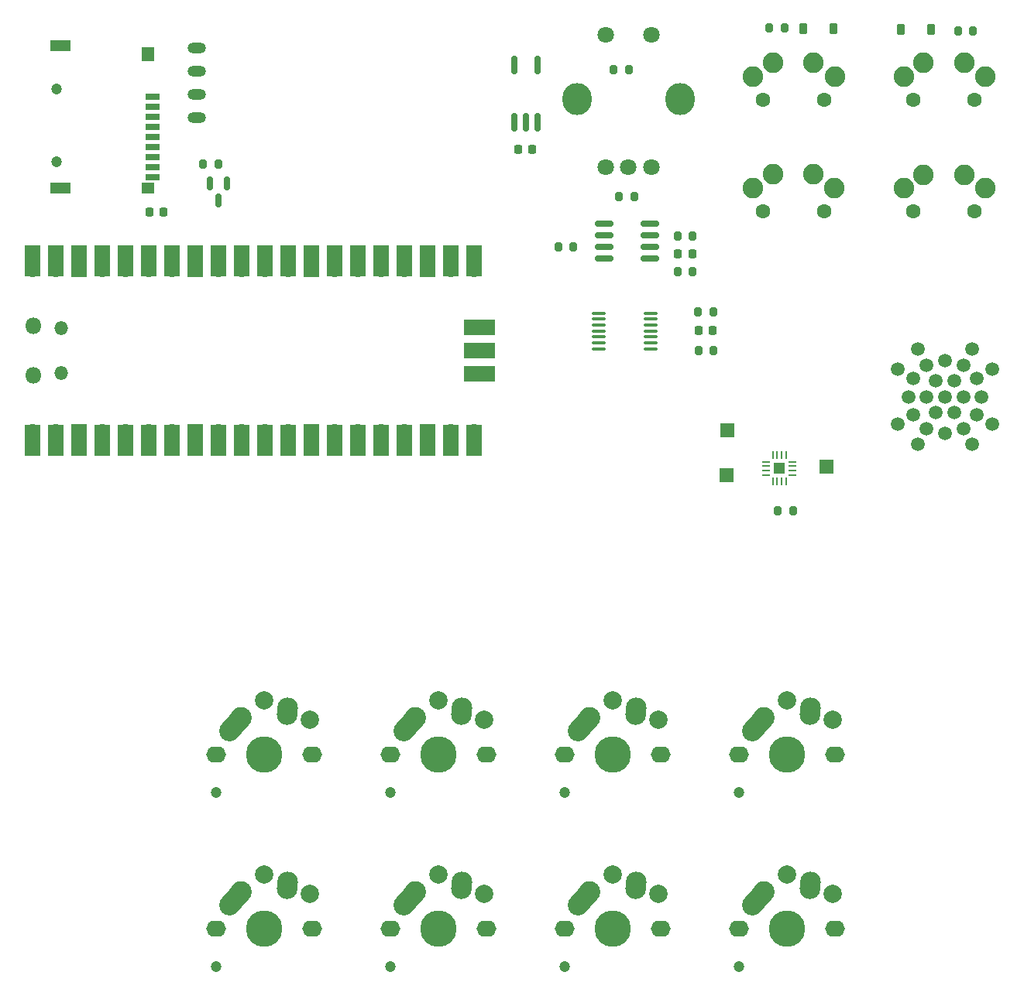
<source format=gbr>
%TF.GenerationSoftware,KiCad,Pcbnew,7.0.2*%
%TF.CreationDate,2023-06-20T02:09:05-06:00*%
%TF.ProjectId,dc31,64633331-2e6b-4696-9361-645f70636258,rev?*%
%TF.SameCoordinates,Original*%
%TF.FileFunction,Soldermask,Bot*%
%TF.FilePolarity,Negative*%
%FSLAX46Y46*%
G04 Gerber Fmt 4.6, Leading zero omitted, Abs format (unit mm)*
G04 Created by KiCad (PCBNEW 7.0.2) date 2023-06-20 02:09:05*
%MOMM*%
%LPD*%
G01*
G04 APERTURE LIST*
G04 Aperture macros list*
%AMRoundRect*
0 Rectangle with rounded corners*
0 $1 Rounding radius*
0 $2 $3 $4 $5 $6 $7 $8 $9 X,Y pos of 4 corners*
0 Add a 4 corners polygon primitive as box body*
4,1,4,$2,$3,$4,$5,$6,$7,$8,$9,$2,$3,0*
0 Add four circle primitives for the rounded corners*
1,1,$1+$1,$2,$3*
1,1,$1+$1,$4,$5*
1,1,$1+$1,$6,$7*
1,1,$1+$1,$8,$9*
0 Add four rect primitives between the rounded corners*
20,1,$1+$1,$2,$3,$4,$5,0*
20,1,$1+$1,$4,$5,$6,$7,0*
20,1,$1+$1,$6,$7,$8,$9,0*
20,1,$1+$1,$8,$9,$2,$3,0*%
%AMHorizOval*
0 Thick line with rounded ends*
0 $1 width*
0 $2 $3 position (X,Y) of the first rounded end (center of the circle)*
0 $4 $5 position (X,Y) of the second rounded end (center of the circle)*
0 Add line between two ends*
20,1,$1,$2,$3,$4,$5,0*
0 Add two circle primitives to create the rounded ends*
1,1,$1,$2,$3*
1,1,$1,$4,$5*%
G04 Aperture macros list end*
%ADD10O,2.000000X1.200000*%
%ADD11RoundRect,0.150000X0.825000X0.150000X-0.825000X0.150000X-0.825000X-0.150000X0.825000X-0.150000X0*%
%ADD12RoundRect,0.200000X0.200000X0.275000X-0.200000X0.275000X-0.200000X-0.275000X0.200000X-0.275000X0*%
%ADD13C,1.600000*%
%ADD14C,2.250000*%
%ADD15O,1.800000X1.800000*%
%ADD16O,1.500000X1.500000*%
%ADD17O,1.700000X1.700000*%
%ADD18R,1.700000X3.500000*%
%ADD19R,1.700000X1.700000*%
%ADD20R,3.500000X1.700000*%
%ADD21RoundRect,0.160000X-0.160000X0.840000X-0.160000X-0.840000X0.160000X-0.840000X0.160000X0.840000X0*%
%ADD22RoundRect,0.225000X-0.225000X-0.250000X0.225000X-0.250000X0.225000X0.250000X-0.225000X0.250000X0*%
%ADD23RoundRect,0.200000X-0.200000X-0.275000X0.200000X-0.275000X0.200000X0.275000X-0.200000X0.275000X0*%
%ADD24RoundRect,0.150000X-0.150000X0.587500X-0.150000X-0.587500X0.150000X-0.587500X0.150000X0.587500X0*%
%ADD25O,2.150000X1.750000*%
%ADD26C,1.200000*%
%ADD27C,3.987800*%
%ADD28HorizOval,2.250000X0.025506X0.374132X-0.025506X-0.374132X0*%
%ADD29C,2.000000*%
%ADD30HorizOval,2.250000X0.654995X0.730004X-0.654995X-0.730004X0*%
%ADD31R,1.500000X1.500000*%
%ADD32C,1.500000*%
%ADD33RoundRect,0.225000X-0.225000X-0.375000X0.225000X-0.375000X0.225000X0.375000X-0.225000X0.375000X0*%
%ADD34RoundRect,0.062500X0.350000X0.062500X-0.350000X0.062500X-0.350000X-0.062500X0.350000X-0.062500X0*%
%ADD35RoundRect,0.062500X0.062500X0.350000X-0.062500X0.350000X-0.062500X-0.350000X0.062500X-0.350000X0*%
%ADD36R,1.230000X1.230000*%
%ADD37RoundRect,0.100000X-0.637500X-0.100000X0.637500X-0.100000X0.637500X0.100000X-0.637500X0.100000X0*%
%ADD38R,1.600000X0.700000*%
%ADD39R,1.400000X1.200000*%
%ADD40R,2.200000X1.200000*%
%ADD41R,1.400000X1.600000*%
%ADD42O,3.200000X3.500000*%
%ADD43C,1.800000*%
%ADD44RoundRect,0.225000X0.225000X0.250000X-0.225000X0.250000X-0.225000X-0.250000X0.225000X-0.250000X0*%
G04 APERTURE END LIST*
D10*
%TO.C,J4*%
X116350000Y-50180000D03*
X116350000Y-47640000D03*
X116350000Y-45100000D03*
X116350000Y-42560000D03*
%TD*%
D11*
%TO.C,U8*%
X165845000Y-61825000D03*
X165845000Y-63095000D03*
X165845000Y-64365000D03*
X165845000Y-65635000D03*
X160895000Y-65635000D03*
X160895000Y-64365000D03*
X160895000Y-63095000D03*
X160895000Y-61825000D03*
%TD*%
D12*
%TO.C,R10*%
X199535000Y-40730000D03*
X201185000Y-40730000D03*
%TD*%
D13*
%TO.C,J3*%
X178220000Y-60480000D03*
X184900000Y-60480000D03*
D14*
X177160000Y-57930000D03*
X186060000Y-57930000D03*
X179310000Y-56430000D03*
X183760000Y-56430000D03*
%TD*%
D15*
%TO.C,U1*%
X98480000Y-72985000D03*
D16*
X101510000Y-73285000D03*
X101510000Y-78135000D03*
D15*
X98480000Y-78435000D03*
D17*
X98350000Y-66820000D03*
D18*
X98350000Y-65920000D03*
D17*
X100890000Y-66820000D03*
D18*
X100890000Y-65920000D03*
D19*
X103430000Y-66820000D03*
D18*
X103430000Y-65920000D03*
D17*
X105970000Y-66820000D03*
D18*
X105970000Y-65920000D03*
D17*
X108510000Y-66820000D03*
D18*
X108510000Y-65920000D03*
D17*
X111050000Y-66820000D03*
D18*
X111050000Y-65920000D03*
D17*
X113590000Y-66820000D03*
D18*
X113590000Y-65920000D03*
D19*
X116130000Y-66820000D03*
D18*
X116130000Y-65920000D03*
D17*
X118670000Y-66820000D03*
D18*
X118670000Y-65920000D03*
D17*
X121210000Y-66820000D03*
D18*
X121210000Y-65920000D03*
D17*
X123750000Y-66820000D03*
D18*
X123750000Y-65920000D03*
D17*
X126290000Y-66820000D03*
D18*
X126290000Y-65920000D03*
D19*
X128830000Y-66820000D03*
D18*
X128830000Y-65920000D03*
D17*
X131370000Y-66820000D03*
D18*
X131370000Y-65920000D03*
D17*
X133910000Y-66820000D03*
D18*
X133910000Y-65920000D03*
D17*
X136450000Y-66820000D03*
D18*
X136450000Y-65920000D03*
D17*
X138990000Y-66820000D03*
D18*
X138990000Y-65920000D03*
D19*
X141530000Y-66820000D03*
D18*
X141530000Y-65920000D03*
D17*
X144070000Y-66820000D03*
D18*
X144070000Y-65920000D03*
D17*
X146610000Y-66820000D03*
D18*
X146610000Y-65920000D03*
D17*
X146610000Y-84600000D03*
D18*
X146610000Y-85500000D03*
D17*
X144070000Y-84600000D03*
D18*
X144070000Y-85500000D03*
D19*
X141530000Y-84600000D03*
D18*
X141530000Y-85500000D03*
D17*
X138990000Y-84600000D03*
D18*
X138990000Y-85500000D03*
D17*
X136450000Y-84600000D03*
D18*
X136450000Y-85500000D03*
D17*
X133910000Y-84600000D03*
D18*
X133910000Y-85500000D03*
D17*
X131370000Y-84600000D03*
D18*
X131370000Y-85500000D03*
D19*
X128830000Y-84600000D03*
D18*
X128830000Y-85500000D03*
D17*
X126290000Y-84600000D03*
D18*
X126290000Y-85500000D03*
D17*
X123750000Y-84600000D03*
D18*
X123750000Y-85500000D03*
D17*
X121210000Y-84600000D03*
D18*
X121210000Y-85500000D03*
D17*
X118670000Y-84600000D03*
D18*
X118670000Y-85500000D03*
D19*
X116130000Y-84600000D03*
D18*
X116130000Y-85500000D03*
D17*
X113590000Y-84600000D03*
D18*
X113590000Y-85500000D03*
D17*
X111050000Y-84600000D03*
D18*
X111050000Y-85500000D03*
D17*
X108510000Y-84600000D03*
D18*
X108510000Y-85500000D03*
D17*
X105970000Y-84600000D03*
D18*
X105970000Y-85500000D03*
D19*
X103430000Y-84600000D03*
D18*
X103430000Y-85500000D03*
D17*
X100890000Y-84600000D03*
D18*
X100890000Y-85500000D03*
D17*
X98350000Y-84600000D03*
D18*
X98350000Y-85500000D03*
D17*
X146380000Y-73170000D03*
D20*
X147280000Y-73170000D03*
D19*
X146380000Y-75710000D03*
D20*
X147280000Y-75710000D03*
D17*
X146380000Y-78250000D03*
D20*
X147280000Y-78250000D03*
%TD*%
D21*
%TO.C,U5*%
X151060000Y-44420000D03*
X153600000Y-44420000D03*
X153600000Y-50720000D03*
X152330000Y-50720000D03*
X151060000Y-50720000D03*
%TD*%
D22*
%TO.C,C2*%
X151455000Y-53720000D03*
X153005000Y-53720000D03*
%TD*%
D23*
%TO.C,R1*%
X179855000Y-93200000D03*
X181505000Y-93200000D03*
%TD*%
%TO.C,R7*%
X162495000Y-58880000D03*
X164145000Y-58880000D03*
%TD*%
D24*
%TO.C,Q1*%
X117740000Y-57440000D03*
X119640000Y-57440000D03*
X118690000Y-59315000D03*
%TD*%
D23*
%TO.C,R6*%
X155855000Y-64380000D03*
X157505000Y-64380000D03*
%TD*%
D25*
%TO.C,SW8*%
X175568000Y-138915000D03*
D26*
X175628000Y-143115000D03*
D27*
X180848000Y-138915000D03*
D25*
X186128000Y-138915000D03*
D28*
X183358000Y-134165000D03*
D29*
X185848000Y-135115000D03*
D30*
X177692995Y-135644996D03*
D14*
X178348000Y-134915000D03*
D29*
X180848000Y-133015000D03*
%TD*%
D31*
%TO.C,TP2*%
X174310000Y-84400000D03*
%TD*%
D32*
%TO.C,REF\u002A\u002A*%
X195130000Y-85956152D03*
X201130000Y-85956152D03*
X198130000Y-84760000D03*
X196130000Y-84224102D03*
X200130000Y-84224102D03*
X192933848Y-83760000D03*
X203326152Y-83760000D03*
X194665898Y-82760000D03*
X201594102Y-82760000D03*
X197130000Y-82492051D03*
X199130000Y-82492051D03*
X194130000Y-80760000D03*
X196130000Y-80760000D03*
X198130000Y-80760000D03*
X200130000Y-80760000D03*
X202130000Y-80760000D03*
X197130000Y-79027949D03*
X199130000Y-79027949D03*
X194665898Y-78760000D03*
X201594102Y-78760000D03*
X192933848Y-77760000D03*
X203326152Y-77760000D03*
X196130000Y-77295898D03*
X200130000Y-77295898D03*
X198130000Y-76760000D03*
X195130000Y-75563848D03*
X201130000Y-75563848D03*
%TD*%
D13*
%TO.C,J5*%
X194668210Y-60490000D03*
X201348210Y-60490000D03*
D14*
X193608210Y-57940000D03*
X202508210Y-57940000D03*
X195758210Y-56440000D03*
X200208210Y-56440000D03*
%TD*%
D25*
%TO.C,SW2*%
X137468000Y-119865000D03*
D26*
X137528000Y-124065000D03*
D27*
X142748000Y-119865000D03*
D25*
X148028000Y-119865000D03*
D28*
X145258000Y-115115000D03*
D29*
X147748000Y-116065000D03*
D30*
X139592995Y-116594996D03*
D14*
X140248000Y-115865000D03*
D29*
X142748000Y-113965000D03*
%TD*%
D25*
%TO.C,SW7*%
X156518000Y-138915000D03*
D26*
X156578000Y-143115000D03*
D27*
X161798000Y-138915000D03*
D25*
X167078000Y-138915000D03*
D28*
X164308000Y-134165000D03*
D29*
X166798000Y-135115000D03*
D30*
X158642995Y-135644996D03*
D14*
X159298000Y-134915000D03*
D29*
X161798000Y-133015000D03*
%TD*%
D22*
%TO.C,C3*%
X171195000Y-73480000D03*
X172745000Y-73480000D03*
%TD*%
D12*
%TO.C,R3*%
X172785000Y-71440000D03*
X171135000Y-71440000D03*
%TD*%
D23*
%TO.C,R5*%
X163575000Y-44980000D03*
X161925000Y-44980000D03*
%TD*%
%TO.C,R9*%
X168895000Y-67100000D03*
X170545000Y-67100000D03*
%TD*%
D31*
%TO.C,TP1*%
X174280000Y-89350000D03*
%TD*%
D12*
%TO.C,R8*%
X170545000Y-63140000D03*
X168895000Y-63140000D03*
%TD*%
D23*
%TO.C,R2*%
X178935000Y-40380000D03*
X180585000Y-40380000D03*
%TD*%
D31*
%TO.C,TP3*%
X185150000Y-88360000D03*
%TD*%
D13*
%TO.C,J2*%
X178230000Y-48250000D03*
X184910000Y-48250000D03*
D14*
X177170000Y-45700000D03*
X186070000Y-45700000D03*
X179320000Y-44200000D03*
X183770000Y-44200000D03*
%TD*%
D33*
%TO.C,D9*%
X193330000Y-40550000D03*
X196630000Y-40550000D03*
%TD*%
D25*
%TO.C,SW3*%
X156518000Y-119865000D03*
D26*
X156578000Y-124065000D03*
D27*
X161798000Y-119865000D03*
D25*
X167078000Y-119865000D03*
D28*
X164308000Y-115115000D03*
D29*
X166798000Y-116065000D03*
D30*
X158642995Y-116594996D03*
D14*
X159298000Y-115865000D03*
D29*
X161798000Y-113965000D03*
%TD*%
D12*
%TO.C,R4*%
X172815000Y-75660000D03*
X171165000Y-75660000D03*
%TD*%
D34*
%TO.C,U2*%
X181477500Y-87850000D03*
X181477500Y-88350000D03*
X181477500Y-88850000D03*
X181477500Y-89350000D03*
D35*
X180790000Y-90037500D03*
X180290000Y-90037500D03*
X179790000Y-90037500D03*
X179290000Y-90037500D03*
D34*
X178602500Y-89350000D03*
X178602500Y-88850000D03*
X178602500Y-88350000D03*
X178602500Y-87850000D03*
D35*
X179290000Y-87162500D03*
X179790000Y-87162500D03*
X180290000Y-87162500D03*
X180790000Y-87162500D03*
D36*
X180040000Y-88600000D03*
%TD*%
D33*
%TO.C,D10*%
X182642500Y-40490000D03*
X185942500Y-40490000D03*
%TD*%
D25*
%TO.C,SW5*%
X118418000Y-138915000D03*
D26*
X118478000Y-143115000D03*
D27*
X123698000Y-138915000D03*
D25*
X128978000Y-138915000D03*
D28*
X126208000Y-134165000D03*
D29*
X128698000Y-135115000D03*
D30*
X120542995Y-135644996D03*
D14*
X121198000Y-134915000D03*
D29*
X123698000Y-133015000D03*
%TD*%
D37*
%TO.C,U3*%
X160257500Y-75510000D03*
X160257500Y-74860000D03*
X160257500Y-74210000D03*
X160257500Y-73560000D03*
X160257500Y-72910000D03*
X160257500Y-72260000D03*
X160257500Y-71610000D03*
X165982500Y-71610000D03*
X165982500Y-72260000D03*
X165982500Y-72910000D03*
X165982500Y-73560000D03*
X165982500Y-74210000D03*
X165982500Y-74860000D03*
X165982500Y-75510000D03*
%TD*%
D26*
%TO.C,J1*%
X101020000Y-55060000D03*
X101020000Y-47080000D03*
D38*
X111520000Y-47930000D03*
X111520000Y-49030000D03*
X111520000Y-50130000D03*
X111520000Y-51230000D03*
X111520000Y-52330000D03*
X111520000Y-53430000D03*
X111520000Y-54530000D03*
X111520000Y-55630000D03*
X111520000Y-56730000D03*
D39*
X111020000Y-57880000D03*
D40*
X101420000Y-57880000D03*
D41*
X111020000Y-43280000D03*
D40*
X101420000Y-42380000D03*
%TD*%
D25*
%TO.C,SW4*%
X175568000Y-119865000D03*
D26*
X175628000Y-124065000D03*
D27*
X180848000Y-119865000D03*
D25*
X186128000Y-119865000D03*
D28*
X183358000Y-115115000D03*
D29*
X185848000Y-116065000D03*
D30*
X177692995Y-116594996D03*
D14*
X178348000Y-115865000D03*
D29*
X180848000Y-113965000D03*
%TD*%
D25*
%TO.C,SW6*%
X137468000Y-138915000D03*
D26*
X137528000Y-143115000D03*
D27*
X142748000Y-138915000D03*
D25*
X148028000Y-138915000D03*
D28*
X145258000Y-134165000D03*
D29*
X147748000Y-135115000D03*
D30*
X139592995Y-135644996D03*
D14*
X140248000Y-134915000D03*
D29*
X142748000Y-133015000D03*
%TD*%
D13*
%TO.C,J6*%
X194678210Y-48260000D03*
X201358210Y-48260000D03*
D14*
X193618210Y-45710000D03*
X202518210Y-45710000D03*
X195768210Y-44210000D03*
X200218210Y-44210000D03*
%TD*%
D25*
%TO.C,SW1*%
X118418000Y-119865000D03*
D26*
X118478000Y-124065000D03*
D27*
X123698000Y-119865000D03*
D25*
X128978000Y-119865000D03*
D28*
X126208000Y-115115000D03*
D29*
X128698000Y-116065000D03*
D30*
X120542995Y-116594996D03*
D14*
X121198000Y-115865000D03*
D29*
X123698000Y-113965000D03*
%TD*%
D42*
%TO.C,SW9*%
X157936000Y-48148000D03*
X169136000Y-48148000D03*
D43*
X161036000Y-55648000D03*
X166036000Y-55648000D03*
X163536000Y-55648000D03*
X161036000Y-41148000D03*
X166036000Y-41148000D03*
%TD*%
D44*
%TO.C,C1*%
X112705000Y-60520000D03*
X111155000Y-60520000D03*
%TD*%
D12*
%TO.C,R11*%
X118685000Y-55270000D03*
X117035000Y-55270000D03*
%TD*%
D22*
%TO.C,C4*%
X168945000Y-65080000D03*
X170495000Y-65080000D03*
%TD*%
M02*

</source>
